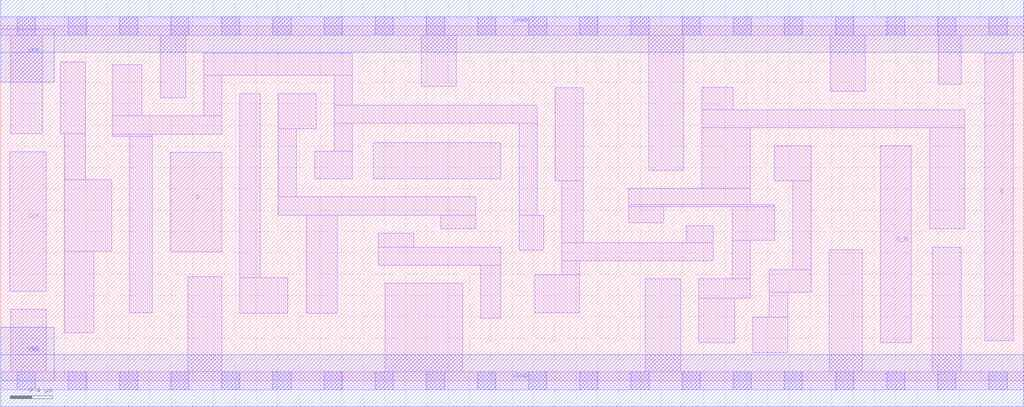
<source format=lef>
# Copyright 2020 The SkyWater PDK Authors
#
# Licensed under the Apache License, Version 2.0 (the "License");
# you may not use this file except in compliance with the License.
# You may obtain a copy of the License at
#
#     https://www.apache.org/licenses/LICENSE-2.0
#
# Unless required by applicable law or agreed to in writing, software
# distributed under the License is distributed on an "AS IS" BASIS,
# WITHOUT WARRANTIES OR CONDITIONS OF ANY KIND, either express or implied.
# See the License for the specific language governing permissions and
# limitations under the License.
#
# SPDX-License-Identifier: Apache-2.0

VERSION 5.5 ;
NAMESCASESENSITIVE ON ;
BUSBITCHARS "[]" ;
DIVIDERCHAR "/" ;
MACRO sky130_fd_sc_lp__dfxbp_1
  CLASS CORE ;
  SOURCE USER ;
  ORIGIN  0.000000  0.000000 ;
  SIZE  9.600000 BY  3.330000 ;
  SYMMETRY X Y R90 ;
  SITE unit ;
  PIN D
    ANTENNAGATEAREA  0.126000 ;
    DIRECTION INPUT ;
    USE SIGNAL ;
    PORT
      LAYER li1 ;
        RECT 1.590000 1.210000 2.075000 2.145000 ;
    END
  END D
  PIN Q
    ANTENNADIFFAREA  0.556500 ;
    DIRECTION OUTPUT ;
    USE SIGNAL ;
    PORT
      LAYER li1 ;
        RECT 9.235000 0.375000 9.505000 3.075000 ;
    END
  END Q
  PIN Q_N
    ANTENNADIFFAREA  0.556500 ;
    DIRECTION OUTPUT ;
    USE SIGNAL ;
    PORT
      LAYER li1 ;
        RECT 8.255000 0.355000 8.545000 2.205000 ;
    END
  END Q_N
  PIN CLK
    ANTENNAGATEAREA  0.159000 ;
    DIRECTION INPUT ;
    USE CLOCK ;
    PORT
      LAYER li1 ;
        RECT 0.085000 0.840000 0.425000 2.150000 ;
    END
  END CLK
  PIN VGND
    DIRECTION INOUT ;
    USE GROUND ;
    PORT
      LAYER met1 ;
        RECT 0.000000 -0.245000 9.600000 0.245000 ;
    END
  END VGND
  PIN VNB
    DIRECTION INOUT ;
    USE GROUND ;
    PORT
      LAYER met1 ;
        RECT 0.000000 0.000000 0.500000 0.500000 ;
    END
  END VNB
  PIN VPB
    DIRECTION INOUT ;
    USE POWER ;
    PORT
      LAYER met1 ;
        RECT 0.000000 2.800000 0.500000 3.300000 ;
    END
  END VPB
  PIN VPWR
    DIRECTION INOUT ;
    USE POWER ;
    PORT
      LAYER met1 ;
        RECT 0.000000 3.085000 9.600000 3.575000 ;
    END
  END VPWR
  OBS
    LAYER li1 ;
      RECT 0.000000 -0.085000 9.600000 0.085000 ;
      RECT 0.000000  3.245000 9.600000 3.415000 ;
      RECT 0.095000  0.085000 0.425000 0.670000 ;
      RECT 0.095000  2.320000 0.390000 3.245000 ;
      RECT 0.560000  2.320000 0.795000 2.990000 ;
      RECT 0.595000  0.450000 0.875000 1.215000 ;
      RECT 0.595000  1.215000 1.040000 1.885000 ;
      RECT 0.595000  1.885000 0.795000 2.320000 ;
      RECT 1.045000  2.295000 1.420000 2.315000 ;
      RECT 1.045000  2.315000 2.075000 2.485000 ;
      RECT 1.045000  2.485000 1.325000 2.965000 ;
      RECT 1.210000  0.640000 1.420000 2.295000 ;
      RECT 1.495000  2.655000 1.735000 3.245000 ;
      RECT 1.755000  0.085000 2.075000 0.975000 ;
      RECT 1.905000  2.485000 2.075000 2.865000 ;
      RECT 1.905000  2.865000 3.300000 3.075000 ;
      RECT 2.245000  0.635000 2.695000 0.965000 ;
      RECT 2.245000  0.965000 2.435000 2.695000 ;
      RECT 2.605000  1.555000 4.460000 1.725000 ;
      RECT 2.605000  1.725000 2.775000 2.365000 ;
      RECT 2.605000  2.365000 2.960000 2.695000 ;
      RECT 2.865000  0.635000 3.160000 1.555000 ;
      RECT 2.945000  1.895000 3.300000 2.155000 ;
      RECT 3.130000  2.155000 3.300000 2.415000 ;
      RECT 3.130000  2.415000 5.035000 2.585000 ;
      RECT 3.130000  2.585000 3.300000 2.865000 ;
      RECT 3.495000  1.895000 4.695000 2.235000 ;
      RECT 3.545000  1.085000 4.695000 1.255000 ;
      RECT 3.545000  1.255000 3.875000 1.385000 ;
      RECT 3.610000  0.085000 4.335000 0.915000 ;
      RECT 3.945000  2.765000 4.275000 3.245000 ;
      RECT 4.130000  1.425000 4.460000 1.555000 ;
      RECT 4.505000  0.585000 4.695000 1.085000 ;
      RECT 4.865000  1.225000 5.095000 1.555000 ;
      RECT 4.865000  1.555000 5.035000 2.415000 ;
      RECT 5.010000  0.640000 5.435000 0.995000 ;
      RECT 5.205000  1.875000 5.465000 2.750000 ;
      RECT 5.265000  0.995000 5.435000 1.125000 ;
      RECT 5.265000  1.125000 6.685000 1.295000 ;
      RECT 5.265000  1.295000 5.465000 1.875000 ;
      RECT 5.895000  1.485000 6.225000 1.635000 ;
      RECT 5.895000  1.635000 7.265000 1.650000 ;
      RECT 5.895000  1.650000 7.035000 1.805000 ;
      RECT 6.050000  0.085000 6.380000 0.955000 ;
      RECT 6.080000  1.975000 6.410000 3.245000 ;
      RECT 6.435000  1.295000 6.685000 1.455000 ;
      RECT 6.550000  0.355000 6.890000 0.775000 ;
      RECT 6.550000  0.775000 7.035000 0.955000 ;
      RECT 6.580000  1.805000 7.035000 2.375000 ;
      RECT 6.580000  2.375000 9.050000 2.545000 ;
      RECT 6.580000  2.545000 6.875000 2.755000 ;
      RECT 6.865000  0.955000 7.035000 1.320000 ;
      RECT 6.865000  1.320000 7.265000 1.635000 ;
      RECT 7.060000  0.265000 7.385000 0.595000 ;
      RECT 7.215000  0.595000 7.385000 0.830000 ;
      RECT 7.215000  0.830000 7.605000 1.040000 ;
      RECT 7.260000  1.875000 7.605000 2.205000 ;
      RECT 7.435000  1.040000 7.605000 1.875000 ;
      RECT 7.775000  0.085000 8.085000 1.230000 ;
      RECT 7.785000  2.715000 8.115000 3.245000 ;
      RECT 8.720000  1.425000 9.050000 2.375000 ;
      RECT 8.745000  0.085000 9.015000 1.255000 ;
      RECT 8.805000  2.785000 9.015000 3.245000 ;
    LAYER mcon ;
      RECT 0.155000 -0.085000 0.325000 0.085000 ;
      RECT 0.155000  3.245000 0.325000 3.415000 ;
      RECT 0.635000 -0.085000 0.805000 0.085000 ;
      RECT 0.635000  3.245000 0.805000 3.415000 ;
      RECT 1.115000 -0.085000 1.285000 0.085000 ;
      RECT 1.115000  3.245000 1.285000 3.415000 ;
      RECT 1.595000 -0.085000 1.765000 0.085000 ;
      RECT 1.595000  3.245000 1.765000 3.415000 ;
      RECT 2.075000 -0.085000 2.245000 0.085000 ;
      RECT 2.075000  3.245000 2.245000 3.415000 ;
      RECT 2.555000 -0.085000 2.725000 0.085000 ;
      RECT 2.555000  3.245000 2.725000 3.415000 ;
      RECT 3.035000 -0.085000 3.205000 0.085000 ;
      RECT 3.035000  3.245000 3.205000 3.415000 ;
      RECT 3.515000 -0.085000 3.685000 0.085000 ;
      RECT 3.515000  3.245000 3.685000 3.415000 ;
      RECT 3.995000 -0.085000 4.165000 0.085000 ;
      RECT 3.995000  3.245000 4.165000 3.415000 ;
      RECT 4.475000 -0.085000 4.645000 0.085000 ;
      RECT 4.475000  3.245000 4.645000 3.415000 ;
      RECT 4.955000 -0.085000 5.125000 0.085000 ;
      RECT 4.955000  3.245000 5.125000 3.415000 ;
      RECT 5.435000 -0.085000 5.605000 0.085000 ;
      RECT 5.435000  3.245000 5.605000 3.415000 ;
      RECT 5.915000 -0.085000 6.085000 0.085000 ;
      RECT 5.915000  3.245000 6.085000 3.415000 ;
      RECT 6.395000 -0.085000 6.565000 0.085000 ;
      RECT 6.395000  3.245000 6.565000 3.415000 ;
      RECT 6.875000 -0.085000 7.045000 0.085000 ;
      RECT 6.875000  3.245000 7.045000 3.415000 ;
      RECT 7.355000 -0.085000 7.525000 0.085000 ;
      RECT 7.355000  3.245000 7.525000 3.415000 ;
      RECT 7.835000 -0.085000 8.005000 0.085000 ;
      RECT 7.835000  3.245000 8.005000 3.415000 ;
      RECT 8.315000 -0.085000 8.485000 0.085000 ;
      RECT 8.315000  3.245000 8.485000 3.415000 ;
      RECT 8.795000 -0.085000 8.965000 0.085000 ;
      RECT 8.795000  3.245000 8.965000 3.415000 ;
      RECT 9.275000 -0.085000 9.445000 0.085000 ;
      RECT 9.275000  3.245000 9.445000 3.415000 ;
  END
END sky130_fd_sc_lp__dfxbp_1
END LIBRARY

</source>
